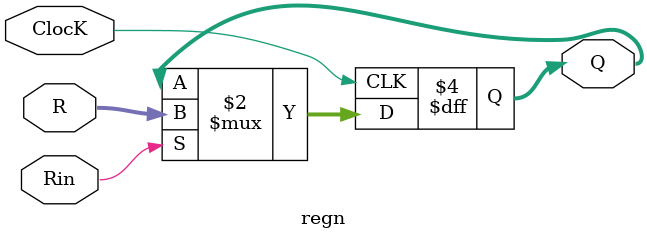
<source format=v>
module proc(DIN, Resetn, ClocK, Run, Done, BusWires, R0, R1, R2);
input [9:0] DIN;
input Resetn, ClocK, Run;
output Done;
output [9:0] BusWires,R0,R1,R2;
parameter T0 = 2'b00, T1 = 2'b01, T2 = 2'b10, T3 = 2'b11;
reg [9:0] BusWires;
reg [0:7] Rin, Rout;
reg [9:0] Sum,result,result2,result3,result4;
reg IRin, Done, DINout;
reg Ain, Gin, Gout, AddSub;
reg Bin, Hin, Hout, AndOr;
reg Cin, Jin, Jout, Shift;
reg Din, Kin, Kout, MulDiv;
reg Ein, Lin, Lout, XorXnor;
reg [1:0] Tstep_Q, Tstep_D;
wire [3:0] I;
wire [0:7] Xreg, Yreg;
wire [17:0] R0, R1, R2, R3, R4, R5, R6, R7, A, G, B, H, C, J, D, K, E, L;
wire [1:10] IR;
wire [1:14] Sel; // bus selector //Sel = {Rout, Gout, Hout, Jout, Kout, Lout, DINout}
assign I = IR[1:4];
dec3to8 decX (IR[5:7], 1'b1, Xreg);
dec3to8 decY (IR[8:10], 1'b1, Yreg);
// Control FSM state table
always @(Tstep_Q, Run, Done)
begin
case (Tstep_Q)
T0: // data is loaded into IR in this time step
if (~Run) Tstep_D = T0;
else Tstep_D = T1;
T1: // some instructions end after this time step
if (Done) Tstep_D = T0;
else Tstep_D = T2;
T2: // always go to T3 after this
Tstep_D = T3;
T3: // instructions end after this time step
Tstep_D = T0;
endcase
end
/* Instruction Table
* 0000: mv Rx,Ry : Rx <- [Ry]
* 0001: mvi Rx,#D : Rx <- D
* 0010: add Rx,Ry : Rx <- [Rx] + [Ry]
* 0011: sub Rx,Ry : Rx <- [Rx] - [Ry]
* 0100: And_bit Rx,Ry : Rx <- [Rx] & [Ry]
* 0101: Or_bit Rx,Ry : Rx <- [Rx] | [Ry]
* 0110: Shift_L Rx,Ry : Rx <- [Rx]<< [Ry]
* 0111: Shift_R Rx,Ry : Rx <- Rx >> Ry
* 1000: Mul Rx,Ry : Rx <- Rx * Ry
* 1001: Div Rx,Ry : Rx <- Rx / Ry
* 1010: Xor Rx,Ry : Rx <- Rx ^ Ry
* 1011: NXor Rx,Ry : Rx <- Rx ~^ Ry
* OPCODE format: IIII XXX YYY, where
* IIII = instruction, XXX = Rx, and YYY = Ry. For mvi, * a second word of data is loaded from DIN
*/
parameter mv = 4'b0000, mvi = 4'b0001, add = 4'b0010, sub =
4'b0011;
parameter And = 4'b0100, Or = 4'b0101, Shift_L=4'b0110,Shift_R=4'b0111;
parameter Mul = 4'b1000, Div = 4'b1001, Xor = 4'b1010, NXor=
4'b1011;
// control FSM outputs
always @(Tstep_Q or I or Xreg or Yreg)
begin
Done = 1'b0;
Ain = 1'b0; Gin = 1'b0; Gout = 1'b0; AddSub = 1'b0;
Bin = 1'b0; Hin = 1'b0; Hout = 1'b0; AndOr = 1'b0;
Cin = 1'b0; Jin = 1'b0; Jout = 1'b0; Shift = 1'b0;
Din = 1'b0; Kin = 1'b0; Kout = 1'b0; MulDiv = 1'b0;
Ein = 1'b0; Lin = 1'b0; Lout = 1'b0; XorXnor= 1'b0;
IRin = 1'b0; DINout = 1'b0; Rin = 8'b0; Rout = 8'b0;
case (Tstep_Q)
T0: // store DIN in IR
begin
IRin = 1'b1;
end
T1: //define signals in time step T1
case (I)
mv: // mv Rx,Ry
begin
Rout = Yreg;
Rin = Xreg;
Done = 1'b1;
end
mvi: // mvi Rx,#D
begin
// data is required to be on DIN
DINout = 1'b1;
Rin = Xreg;
Done = 1'b1;
end
add, sub: //add, sub
begin
Rout = Xreg;
Ain = 1'b1;
end
And,Or://and,or
begin
Rout= Xreg;
Bin= 1'b1;
end
Shift_L,Shift_R://Shift_L,Shift_R
begin
Rout = Xreg;
Cin = 1'b1;
end
Mul,Div://Mul,Div
begin
Rout = Xreg;
Din = 1'b1;
end
Xor,NXor://Xor,NXor
begin
Rout = Xreg;
Ein = 1'b1;
end
default: ;
endcase
T2: //define signals in time step T2
case (I)
add: // add
begin
Rout = Yreg;
Gin = 1'b1;
end
sub: // sub
begin
Rout = Yreg;
AddSub = 1'b1;
Gin = 1'b1;
end
And://and
begin
Rout= Yreg;
Hin= 1'b1;
end
Or://or
begin
Rout= Yreg;
AndOr= 1'b1;
Hin= 1'b1;
end
Shift_L://Shift_L
begin
Rout= Yreg;
Jin= 1'b1;
end
Shift_R://Shift_R
begin
Rout= Yreg;
Shift= 1'b1;
Jin= 1'b1;
end
Mul://Mul
begin
Rout= Yreg;
Kin= 1'b1;
end
Div://Div
begin
Rout= Yreg;
MulDiv=1;
Kin= 1'b1;
end
Xor://Xor
begin
Rout= Yreg;
Lin= 1'b1;
end
NXor://NXor
begin
Rout= Yreg;
XorXnor=1;
Lin= 1'b1;
end
default: ;
endcase
T3: //define signals in time step T3
case (I)
add, sub: //add, sub
begin
Gout = 1'b1;
Rin = Xreg;
Done = 1'b1;
end
And,Or://and,or
begin
Hout= 1'b1;
Rin= Xreg;
Done = 1'b1;
end
Shift_L,Shift_R://Shift_L,Shift_R
begin
Jout= 1'b1;
Rin= Xreg;
Done = 1'b1;
end
Mul,Div://Mul,Div
begin
Kout= 1'b1;
Rin= Xreg;
Done = 1'b1;
end
Xor,NXor://Xor,NXor

begin
Lout= 1'b1;
Rin= Xreg;
Done = 1'b1;
end
default: ;
endcase
endcase
end
// Control FSM flip-flops
always @(posedge ClocK, negedge Resetn)
if (!Resetn)
Tstep_Q <= T0;
else
Tstep_Q <= Tstep_D;
regn reg_0 (BusWires, Rin[0], ClocK, R0);
regn reg_1 (BusWires, Rin[1], ClocK, R1);
regn reg_2 (BusWires, Rin[2], ClocK, R2);
regn reg_3 (BusWires, Rin[3], ClocK, R3);
regn reg_4 (BusWires, Rin[4], ClocK, R4);
regn reg_5 (BusWires, Rin[5], ClocK, R5);
regn reg_6 (BusWires, Rin[6], ClocK, R6);
regn reg_7 (BusWires, Rin[7], ClocK, R7);
regn reg_A (BusWires, Ain, ClocK, A);
regn reg_B (BusWires, Bin, ClocK, B);
regn reg_C (BusWires, Cin, ClocK, C);
regn reg_D (BusWires, Din, ClocK, D);
regn reg_E (BusWires, Ein, ClocK, E);
regn #(.n(10)) reg_IR (DIN[9:0], IRin, ClocK, IR);
// alu
always @(AddSub or A or BusWires)
begin
if (!AddSub)
Sum = A + BusWires;
else
Sum = A - BusWires;
end
regn reg_G (Sum, Gin, ClocK, G);
// alu_And_Or AndOr=0为与 AndOr=1为或
always @(AndOr or B or BusWires)
begin
if (!AndOr)
result = B & BusWires;
else
result = B | BusWires;
end
regn reg_H (result, Hin, ClocK, H);
// alu_Shift Shift=0左移，Shift=1右移
always @(Shift or C or BusWires)
begin
if (!Shift)
result2 = C << BusWires;
else
result2 = C >> BusWires;
end
regn reg_J (result2, Jin, ClocK, J);
// alu_MulDiv,MulDiv=0乘法,MulDiv=1除法
reg[20:0] trans;
always @(MulDiv or D or BusWires)
begin
if (!MulDiv)
begin
trans = D * BusWires;
result3=trans[9:0];
end
else
result3 = D / BusWires;
end
regn reg_K (result3, Kin, ClocK, K);
always @(XorXnor or E or BusWires)
begin
if (!XorXnor)
result4 = E ^ BusWires;
else
result4 = E ~^ BusWires;
end
regn reg_L (result4, Lin, ClocK, L);
//define the internal processor bus
assign Sel = {Rout, Gout, Hout, Jout, Kout, Lout, DINout};
always @(*)
begin
if (Sel == 14'b10000000000000)
BusWires = R0;
else if (Sel == 14'b01000000000000)
BusWires = R1;
else if (Sel == 14'b00100000000000)
BusWires = R2;
else if (Sel == 14'b00010000000000)
BusWires = R3;
else if (Sel == 14'b00001000000000)
BusWires = R4;
else if (Sel == 14'b00000100000000)
BusWires = R5;
else if (Sel == 14'b00000010000000)
BusWires = R6;
else if (Sel == 14'b00000001000000)
BusWires = R7;
else if (Sel == 14'b00000000100000)
BusWires = G;
else if (Sel == 14'b00000000010000)
BusWires = H;
else if (Sel == 14'b00000000001000)
BusWires = J;
else if (Sel == 14'b00000000000100)
BusWires = K;
else if (Sel == 14'b00000000000010)
BusWires = L;
else BusWires = DIN;
end
endmodule
module dec3to8(W, En, Y);
input [2:0] W;
input En;
output [0:7] Y;
reg [0:7] Y;
always @(W or En)
begin
if (En == 1)
case (W)
3'b000: Y = 8'b10000000;
3'b001: Y = 8'b01000000;
3'b010: Y = 8'b00100000;
3'b011: Y = 8'b00010000;
3'b100: Y = 8'b00001000;
3'b101: Y = 8'b00000100;
3'b110: Y = 8'b00000010;
3'b111: Y = 8'b00000001;
endcase
else
Y = 8'b00000000;
end
endmodule
module regn(R, Rin, ClocK, Q);
parameter n = 10;
input [n-1:0] R;
input Rin, ClocK;
output [n-1:0] Q;
reg [n-1:0] Q;
always @(posedge ClocK)
if (Rin)
Q <= R;
endmodule
</source>
